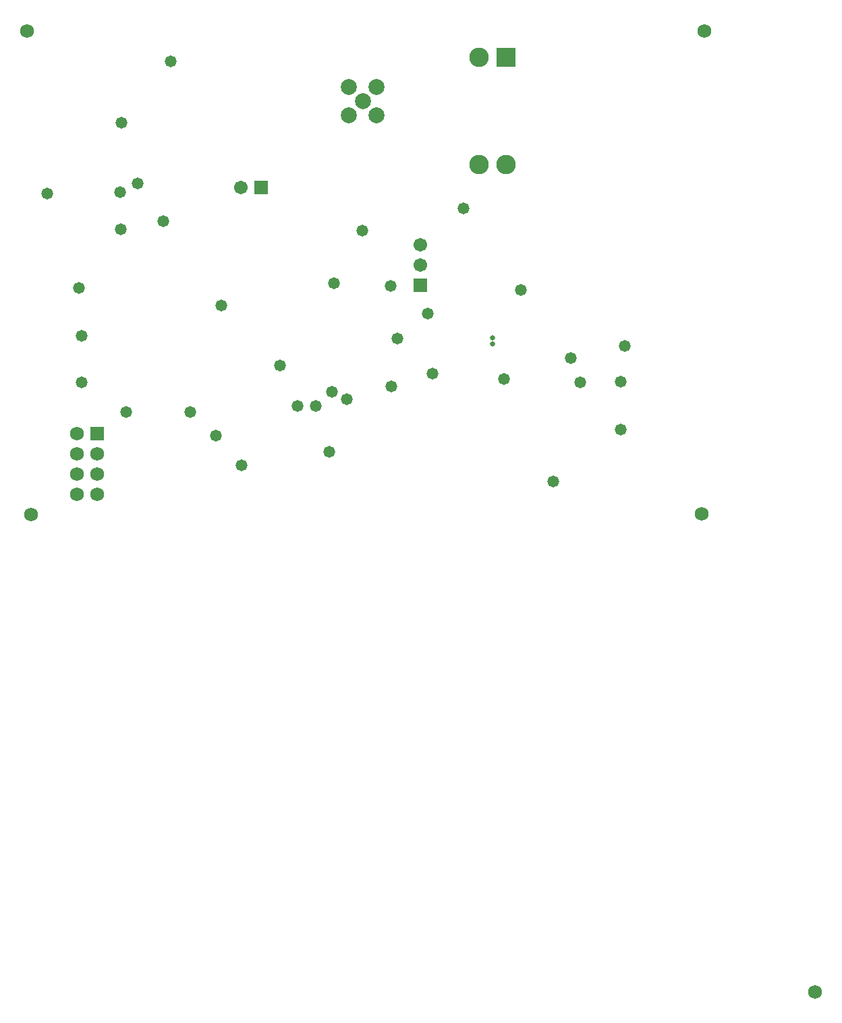
<source format=gbr>
%TF.GenerationSoftware,Altium Limited,Altium Designer,19.1.8 (144)*%
G04 Layer_Color=16711935*
%FSLAX25Y25*%
%MOIN*%
%TF.FileFunction,Soldermask,Bot*%
%TF.Part,Single*%
G01*
G75*
%TA.AperFunction,ComponentPad*%
%ADD35C,0.09646*%
%ADD36R,0.09646X0.09646*%
%TA.AperFunction,ViaPad*%
%ADD47C,0.06800*%
%TA.AperFunction,ComponentPad*%
%ADD48R,0.06706X0.06706*%
%ADD49C,0.06706*%
%ADD50C,0.06902*%
%ADD51R,0.06902X0.06902*%
%ADD52R,0.06706X0.06706*%
%ADD53C,0.07887*%
%TA.AperFunction,ViaPad*%
%ADD54C,0.05800*%
%ADD55C,0.02520*%
%ADD56C,0.07887*%
D35*
X231201Y182047D02*
D03*
Y235079D02*
D03*
X244587Y182047D02*
D03*
D36*
Y235079D02*
D03*
D47*
X342520Y248031D02*
D03*
X397244Y-226772D02*
D03*
X7874Y248031D02*
D03*
X9843Y8957D02*
D03*
X341240Y9350D02*
D03*
D48*
X202165Y122618D02*
D03*
D49*
Y132618D02*
D03*
Y142618D02*
D03*
X113582Y170768D02*
D03*
D50*
X42421Y38996D02*
D03*
Y28996D02*
D03*
Y18996D02*
D03*
X32421Y48996D02*
D03*
Y38996D02*
D03*
Y28996D02*
D03*
Y18996D02*
D03*
D51*
X42421Y48996D02*
D03*
D52*
X123582Y170768D02*
D03*
D53*
X173749Y213554D02*
D03*
X166789Y220514D02*
D03*
X180708D02*
D03*
X166789Y206594D02*
D03*
X180708D02*
D03*
D54*
X187618Y122039D02*
D03*
X301279Y51083D02*
D03*
X251969Y120079D02*
D03*
X103839Y112598D02*
D03*
X101181Y48228D02*
D03*
X113878Y33366D02*
D03*
X208169Y78740D02*
D03*
X191043Y96161D02*
D03*
X173524Y149606D02*
D03*
X159449Y123327D02*
D03*
X276673Y86614D02*
D03*
X157381Y40059D02*
D03*
X56890Y59646D02*
D03*
X88681D02*
D03*
X75098Y154035D02*
D03*
X62500Y172835D02*
D03*
X243504Y75984D02*
D03*
X303248Y92618D02*
D03*
X301083Y74902D02*
D03*
X281299Y74508D02*
D03*
X54133Y150099D02*
D03*
X132972Y82677D02*
D03*
X141633Y62894D02*
D03*
X150492Y62795D02*
D03*
X166043Y66142D02*
D03*
X158563Y69882D02*
D03*
X187992Y72441D02*
D03*
X268011Y25591D02*
D03*
X223720Y160335D02*
D03*
X78838Y232972D02*
D03*
X54724Y202658D02*
D03*
X53740Y168307D02*
D03*
X18011Y167815D02*
D03*
X33563Y120965D02*
D03*
X34842Y74409D02*
D03*
X205807Y108366D02*
D03*
X180708Y220514D02*
D03*
X34940Y97441D02*
D03*
D55*
X237893Y93307D02*
D03*
Y96457D02*
D03*
D56*
X180708Y206594D02*
D03*
X166789D02*
D03*
X180708Y220514D02*
D03*
X166789D02*
D03*
X173749Y213554D02*
D03*
%TF.MD5,ce94b6041aca3d142d018bdfba48b330*%
M02*

</source>
